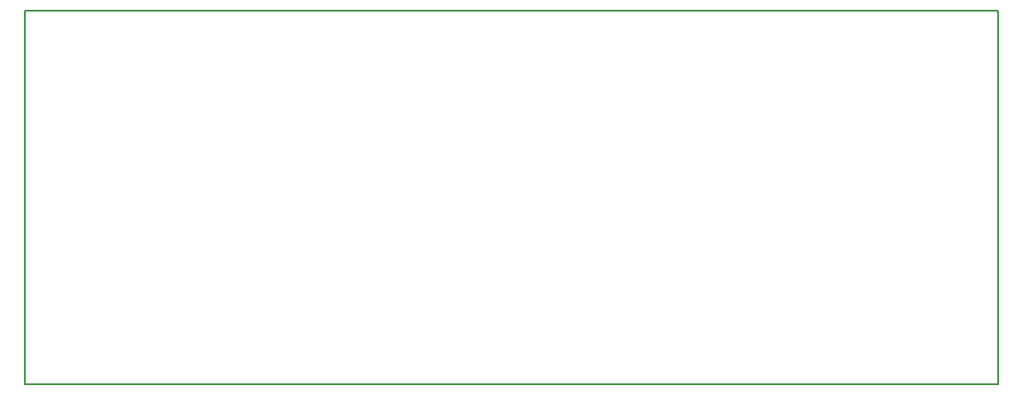
<source format=gbo>
G04 #@! TF.FileFunction,Legend,Bot*
%FSLAX46Y46*%
G04 Gerber Fmt 4.6, Leading zero omitted, Abs format (unit mm)*
G04 Created by KiCad (PCBNEW 4.0.7) date Wednesday, April 11, 2018 'AMt' 08:58:52 AM*
%MOMM*%
%LPD*%
G01*
G04 APERTURE LIST*
%ADD10C,0.100000*%
%ADD11C,0.150000*%
G04 APERTURE END LIST*
D10*
D11*
X113665000Y-129540000D02*
X206375000Y-129540000D01*
X113665000Y-93980000D02*
X206375000Y-93980000D01*
X113665000Y-93980000D02*
X113665000Y-129540000D01*
X206375000Y-93980000D02*
X206375000Y-129540000D01*
M02*

</source>
